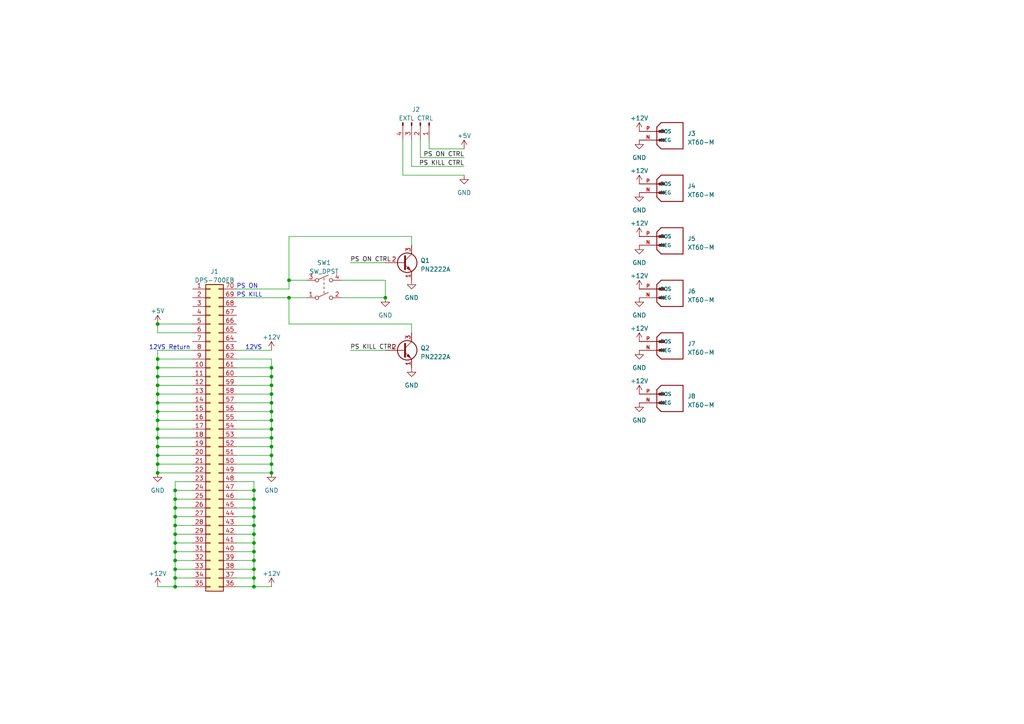
<source format=kicad_sch>
(kicad_sch (version 20230121) (generator eeschema)
  (paper "A4")
  (lib_symbols
    (symbol "Connector:Conn_01x04_Pin" (pin_names (offset 1.016) hide)
      (property "Reference" "J" (at 0 5.08 0))
      (property "Value" "Conn_01x04_Pin" (at 0 -7.62 0))
      (symbol "Conn_01x04_Pin_1_1"
        (polyline (pts (xy 1.27 -5.08) (xy 0.8636 -5.08)) (stroke (width 0.1524)))
        (polyline (pts (xy 1.27 -2.54) (xy 0.8636 -2.54)) (stroke (width 0.1524)))
        (polyline (pts (xy 1.27 0) (xy 0.8636 0)) (stroke (width 0.1524)))
        (polyline (pts (xy 1.27 2.54) (xy 0.8636 2.54)) (stroke (width 0.1524)))
        (rectangle (start 0.8636 -4.953) (end 0 -5.207) (stroke (width 0.1524)) (fill (type outline)))
        (rectangle (start 0.8636 -2.413) (end 0 -2.667) (stroke (width 0.1524)) (fill (type outline)))
        (rectangle (start 0.8636 0.127) (end 0 -0.127) (stroke (width 0.1524)) (fill (type outline)))
        (rectangle (start 0.8636 2.667) (end 0 2.413) (stroke (width 0.1524)) (fill (type outline)))
        (pin passive line (at 5.08 2.54 180) (length 3.81) (name "Pin_1") (number "1"))
        (pin passive line (at 5.08 0 180) (length 3.81) (name "Pin_2") (number "2"))
        (pin passive line (at 5.08 -2.54 180) (length 3.81) (name "Pin_3") (number "3"))
        (pin passive line (at 5.08 -5.08 180) (length 3.81) (name "Pin_4") (number "4"))
      )
    )
    (symbol "Connector_Generic:Conn_02x35_Counter_Clockwise" (pin_names (offset 1.016) hide)
      (property "Reference" "J" (at 1.27 45.72 0))
      (property "Value" "Conn_02x35_Counter_Clockwise" (at 1.27 -45.72 0))
      (symbol "Conn_02x35_Counter_Clockwise_1_1"
        (rectangle (start -1.27 -43.053) (end 0 -43.307) (stroke (width 0.1524)))
        (rectangle (start -1.27 -40.513) (end 0 -40.767) (stroke (width 0.1524)))
        (rectangle (start -1.27 -37.973) (end 0 -38.227) (stroke (width 0.1524)))
        (rectangle (start -1.27 -35.433) (end 0 -35.687) (stroke (width 0.1524)))
        (rectangle (start -1.27 -32.893) (end 0 -33.147) (stroke (width 0.1524)))
        (rectangle (start -1.27 -30.353) (end 0 -30.607) (stroke (width 0.1524)))
        (rectangle (start -1.27 -27.813) (end 0 -28.067) (stroke (width 0.1524)))
        (rectangle (start -1.27 -25.273) (end 0 -25.527) (stroke (width 0.1524)))
        (rectangle (start -1.27 -22.733) (end 0 -22.987) (stroke (width 0.1524)))
        (rectangle (start -1.27 -20.193) (end 0 -20.447) (stroke (width 0.1524)))
        (rectangle (start -1.27 -17.653) (end 0 -17.907) (stroke (width 0.1524)))
        (rectangle (start -1.27 -15.113) (end 0 -15.367) (stroke (width 0.1524)))
        (rectangle (start -1.27 -12.573) (end 0 -12.827) (stroke (width 0.1524)))
        (rectangle (start -1.27 -10.033) (end 0 -10.287) (stroke (width 0.1524)))
        (rectangle (start -1.27 -7.493) (end 0 -7.747) (stroke (width 0.1524)))
        (rectangle (start -1.27 -4.953) (end 0 -5.207) (stroke (width 0.1524)))
        (rectangle (start -1.27 -2.413) (end 0 -2.667) (stroke (width 0.1524)))
        (rectangle (start -1.27 0.127) (end 0 -0.127) (stroke (width 0.1524)))
        (rectangle (start -1.27 2.667) (end 0 2.413) (stroke (width 0.1524)))
        (rectangle (start -1.27 5.207) (end 0 4.953) (stroke (width 0.1524)))
        (rectangle (start -1.27 7.747) (end 0 7.493) (stroke (width 0.1524)))
        (rectangle (start -1.27 10.287) (end 0 10.033) (stroke (width 0.1524)))
        (rectangle (start -1.27 12.827) (end 0 12.573) (stroke (width 0.1524)))
        (rectangle (start -1.27 15.367) (end 0 15.113) (stroke (width 0.1524)))
        (rectangle (start -1.27 17.907) (end 0 17.653) (stroke (width 0.1524)))
        (rectangle (start -1.27 20.447) (end 0 20.193) (stroke (width 0.1524)))
        (rectangle (start -1.27 22.987) (end 0 22.733) (stroke (width 0.1524)))
        (rectangle (start -1.27 25.527) (end 0 25.273) (stroke (width 0.1524)))
        (rectangle (start -1.27 28.067) (end 0 27.813) (stroke (width 0.1524)))
        (rectangle (start -1.27 30.607) (end 0 30.353) (stroke (width 0.1524)))
        (rectangle (start -1.27 33.147) (end 0 32.893) (stroke (width 0.1524)))
        (rectangle (start -1.27 35.687) (end 0 35.433) (stroke (width 0.1524)))
        (rectangle (start -1.27 38.227) (end 0 37.973) (stroke (width 0.1524)))
        (rectangle (start -1.27 40.767) (end 0 40.513) (stroke (width 0.1524)))
        (rectangle (start -1.27 43.307) (end 0 43.053) (stroke (width 0.1524)))
        (rectangle (start -1.27 44.45) (end 3.81 -44.45) (stroke (width 0.254)) (fill (type background)))
        (rectangle (start 3.81 -43.053) (end 2.54 -43.307) (stroke (width 0.1524)))
        (rectangle (start 3.81 -40.513) (end 2.54 -40.767) (stroke (width 0.1524)))
        (rectangle (start 3.81 -37.973) (end 2.54 -38.227) (stroke (width 0.1524)))
        (rectangle (start 3.81 -35.433) (end 2.54 -35.687) (stroke (width 0.1524)))
        (rectangle (start 3.81 -32.893) (end 2.54 -33.147) (stroke (width 0.1524)))
        (rectangle (start 3.81 -30.353) (end 2.54 -30.607) (stroke (width 0.1524)))
        (rectangle (start 3.81 -27.813) (end 2.54 -28.067) (stroke (width 0.1524)))
        (rectangle (start 3.81 -25.273) (end 2.54 -25.527) (stroke (width 0.1524)))
        (rectangle (start 3.81 -22.733) (end 2.54 -22.987) (stroke (width 0.1524)))
        (rectangle (start 3.81 -20.193) (end 2.54 -20.447) (stroke (width 0.1524)))
        (rectangle (start 3.81 -17.653) (end 2.54 -17.907) (stroke (width 0.1524)))
        (rectangle (start 3.81 -15.113) (end 2.54 -15.367) (stroke (width 0.1524)))
        (rectangle (start 3.81 -12.573) (end 2.54 -12.827) (stroke (width 0.1524)))
        (rectangle (start 3.81 -10.033) (end 2.54 -10.287) (stroke (width 0.1524)))
        (rectangle (start 3.81 -7.493) (end 2.54 -7.747) (stroke (width 0.1524)))
        (rectangle (start 3.81 -4.953) (end 2.54 -5.207) (stroke (width 0.1524)))
        (rectangle (start 3.81 -2.413) (end 2.54 -2.667) (stroke (width 0.1524)))
        (rectangle (start 3.81 0.127) (end 2.54 -0.127) (stroke (width 0.1524)))
        (rectangle (start 3.81 2.667) (end 2.54 2.413) (stroke (width 0.1524)))
        (rectangle (start 3.81 5.207) (end 2.54 4.953) (stroke (width 0.1524)))
        (rectangle (start 3.81 7.747) (end 2.54 7.493) (stroke (width 0.1524)))
        (rectangle (start 3.81 10.287) (end 2.54 10.033) (stroke (width 0.1524)))
        (rectangle (start 3.81 12.827) (end 2.54 12.573) (stroke (width 0.1524)))
        (rectangle (start 3.81 15.367) (end 2.54 15.113) (stroke (width 0.1524)))
        (rectangle (start 3.81 17.907) (end 2.54 17.653) (stroke (width 0.1524)))
        (rectangle (start 3.81 20.447) (end 2.54 20.193) (stroke (width 0.1524)))
        (rectangle (start 3.81 22.987) (end 2.54 22.733) (stroke (width 0.1524)))
        (rectangle (start 3.81 25.527) (end 2.54 25.273) (stroke (width 0.1524)))
        (rectangle (start 3.81 28.067) (end 2.54 27.813) (stroke (width 0.1524)))
        (rectangle (start 3.81 30.607) (end 2.54 30.353) (stroke (width 0.1524)))
        (rectangle (start 3.81 33.147) (end 2.54 32.893) (stroke (width 0.1524)))
        (rectangle (start 3.81 35.687) (end 2.54 35.433) (stroke (width 0.1524)))
        (rectangle (start 3.81 38.227) (end 2.54 37.973) (stroke (width 0.1524)))
        (rectangle (start 3.81 40.767) (end 2.54 40.513) (stroke (width 0.1524)))
        (rectangle (start 3.81 43.307) (end 2.54 43.053) (stroke (width 0.1524)))
        (pin passive line (at -5.08 43.18 0) (length 3.81) (name "Pin_1") (number "1"))
        (pin passive line (at -5.08 20.32 0) (length 3.81) (name "Pin_10") (number "10"))
        (pin passive line (at -5.08 17.78 0) (length 3.81) (name "Pin_11") (number "11"))
        (pin passive line (at -5.08 15.24 0) (length 3.81) (name "Pin_12") (number "12"))
        (pin passive line (at -5.08 12.7 0) (length 3.81) (name "Pin_13") (number "13"))
        (pin passive line (at -5.08 10.16 0) (length 3.81) (name "Pin_14") (number "14"))
        (pin passive line (at -5.08 7.62 0) (length 3.81) (name "Pin_15") (number "15"))
        (pin passive line (at -5.08 5.08 0) (length 3.81) (name "Pin_16") (number "16"))
        (pin passive line (at -5.08 2.54 0) (length 3.81) (name "Pin_17") (number "17"))
        (pin passive line (at -5.08 0 0) (length 3.81) (name "Pin_18") (number "18"))
        (pin passive line (at -5.08 -2.54 0) (length 3.81) (name "Pin_19") (number "19"))
        (pin passive line (at -5.08 40.64 0) (length 3.81) (name "Pin_2") (number "2"))
        (pin passive line (at -5.08 -5.08 0) (length 3.81) (name "Pin_20") (number "20"))
        (pin passive line (at -5.08 -7.62 0) (length 3.81) (name "Pin_21") (number "21"))
        (pin passive line (at -5.08 -10.16 0) (length 3.81) (name "Pin_22") (number "22"))
        (pin passive line (at -5.08 -12.7 0) (length 3.81) (name "Pin_23") (number "23"))
        (pin passive line (at -5.08 -15.24 0) (length 3.81) (name "Pin_24") (number "24"))
        (pin passive line (at -5.08 -17.78 0) (length 3.81) (name "Pin_25") (number "25"))
        (pin passive line (at -5.08 -20.32 0) (length 3.81) (name "Pin_26") (number "26"))
        (pin passive line (at -5.08 -22.86 0) (length 3.81) (name "Pin_27") (number "27"))
        (pin passive line (at -5.08 -25.4 0) (length 3.81) (name "Pin_28") (number "28"))
        (pin passive line (at -5.08 -27.94 0) (length 3.81) (name "Pin_29") (number "29"))
        (pin passive line (at -5.08 38.1 0) (length 3.81) (name "Pin_3") (number "3"))
        (pin passive line (at -5.08 -30.48 0) (length 3.81) (name "Pin_30") (number "30"))
        (pin passive line (at -5.08 -33.02 0) (length 3.81) (name "Pin_31") (number "31"))
        (pin passive line (at -5.08 -35.56 0) (length 3.81) (name "Pin_32") (number "32"))
        (pin passive line (at -5.08 -38.1 0) (length 3.81) (name "Pin_33") (number "33"))
        (pin passive line (at -5.08 -40.64 0) (length 3.81) (name "Pin_34") (number "34"))
        (pin passive line (at -5.08 -43.18 0) (length 3.81) (name "Pin_35") (number "35"))
        (pin passive line (at 7.62 -43.18 180) (length 3.81) (name "Pin_36") (number "36"))
        (pin passive line (at 7.62 -40.64 180) (length 3.81) (name "Pin_37") (number "37"))
        (pin passive line (at 7.62 -38.1 180) (length 3.81) (name "Pin_38") (number "38"))
        (pin passive line (at 7.62 -35.56 180) (length 3.81) (name "Pin_39") (number "39"))
        (pin passive line (at -5.08 35.56 0) (length 3.81) (name "Pin_4") (number "4"))
        (pin passive line (at 7.62 -33.02 180) (length 3.81) (name "Pin_40") (number "40"))
        (pin passive line (at 7.62 -30.48 180) (length 3.81) (name "Pin_41") (number "41"))
        (pin passive line (at 7.62 -27.94 180) (length 3.81) (name "Pin_42") (number "42"))
        (pin passive line (at 7.62 -25.4 180) (length 3.81) (name "Pin_43") (number "43"))
        (pin passive line (at 7.62 -22.86 180) (length 3.81) (name "Pin_44") (number "44"))
        (pin passive line (at 7.62 -20.32 180) (length 3.81) (name "Pin_45") (number "45"))
        (pin passive line (at 7.62 -17.78 180) (length 3.81) (name "Pin_46") (number "46"))
        (pin passive line (at 7.62 -15.24 180) (length 3.81) (name "Pin_47") (number "47"))
        (pin passive line (at 7.62 -12.7 180) (length 3.81) (name "Pin_48") (number "48"))
        (pin passive line (at 7.62 -10.16 180) (length 3.81) (name "Pin_49") (number "49"))
        (pin passive line (at -5.08 33.02 0) (length 3.81) (name "Pin_5") (number "5"))
        (pin passive line (at 7.62 -7.62 180) (length 3.81) (name "Pin_50") (number "50"))
        (pin passive line (at 7.62 -5.08 180) (length 3.81) (name "Pin_51") (number "51"))
        (pin passive line (at 7.62 -2.54 180) (length 3.81) (name "Pin_52") (number "52"))
        (pin passive line (at 7.62 0 180) (length 3.81) (name "Pin_53") (number "53"))
        (pin passive line (at 7.62 2.54 180) (length 3.81) (name "Pin_54") (number "54"))
        (pin passive line (at 7.62 5.08 180) (length 3.81) (name "Pin_55") (number "55"))
        (pin passive line (at 7.62 7.62 180) (length 3.81) (name "Pin_56") (number "56"))
        (pin passive line (at 7.62 10.16 180) (length 3.81) (name "Pin_57") (number "57"))
        (pin passive line (at 7.62 12.7 180) (length 3.81) (name "Pin_58") (number "58"))
        (pin passive line (at 7.62 15.24 180) (length 3.81) (name "Pin_59") (number "59"))
        (pin passive line (at -5.08 30.48 0) (length 3.81) (name "Pin_6") (number "6"))
        (pin passive line (at 7.62 17.78 180) (length 3.81) (name "Pin_60") (number "60"))
        (pin passive line (at 7.62 20.32 180) (length 3.81) (name "Pin_61") (number "61"))
        (pin passive line (at 7.62 22.86 180) (length 3.81) (name "Pin_62") (number "62"))
        (pin passive line (at 7.62 25.4 180) (length 3.81) (name "Pin_63") (number "63"))
        (pin passive line (at 7.62 27.94 180) (length 3.81) (name "Pin_64") (number "64"))
        (pin passive line (at 7.62 30.48 180) (length 3.81) (name "Pin_65") (number "65"))
        (pin passive line (at 7.62 33.02 180) (length 3.81) (name "Pin_66") (number "66"))
        (pin passive line (at 7.62 35.56 180) (length 3.81) (name "Pin_67") (number "67"))
        (pin passive line (at 7.62 38.1 180) (length 3.81) (name "Pin_68") (number "68"))
        (pin passive line (at 7.62 40.64 180) (length 3.81) (name "Pin_69") (number "69"))
        (pin passive line (at -5.08 27.94 0) (length 3.81) (name "Pin_7") (number "7"))
        (pin passive line (at 7.62 43.18 180) (length 3.81) (name "Pin_70") (number "70"))
        (pin passive line (at -5.08 25.4 0) (length 3.81) (name "Pin_8") (number "8"))
        (pin passive line (at -5.08 22.86 0) (length 3.81) (name "Pin_9") (number "9"))
      )
    )
    (symbol "Switch:SW_DPST" (pin_names (offset 0) hide)
      (property "Reference" "SW" (at 0 5.08 0))
      (property "Value" "SW_DPST" (at 0 -5.08 0))
      (symbol "SW_DPST_0_0"
        (circle (center -2.032 -2.54) (radius 0.508))
        (circle (center -2.032 2.54) (radius 0.508))
        (polyline (pts (xy -1.524 -2.286) (xy 1.27 -1.016)))
        (polyline (pts (xy -1.524 2.794) (xy 1.27 4.064)))
        (polyline (pts (xy 0 -1.27) (xy 0 -0.635)))
        (polyline (pts (xy 0 0) (xy 0 0.635)))
        (polyline (pts (xy 0 1.27) (xy 0 1.905)))
        (polyline (pts (xy 0 2.54) (xy 0 3.175)))
        (circle (center 2.032 -2.54) (radius 0.508))
        (circle (center 2.032 2.54) (radius 0.508))
      )
      (symbol "SW_DPST_1_1"
        (pin passive line (at -5.08 -2.54 0) (length 2.54) (name "1") (number "1"))
        (pin passive line (at 5.08 -2.54 180) (length 2.54) (name "2") (number "2"))
        (pin passive line (at -5.08 2.54 0) (length 2.54) (name "3") (number "3"))
        (pin passive line (at 5.08 2.54 180) (length 2.54) (name "4") (number "4"))
      )
    )
    (symbol "Transistor_BJT:PN2222A" (pin_names (offset 0) hide)
      (property "Reference" "Q" (at 5.08 1.905 0))
      (property "Value" "PN2222A" (at 5.08 0 0))
      (symbol "PN2222A_0_1"
        (polyline (pts (xy 0 0) (xy 0.635 0)))
        (polyline (pts (xy 2.54 -2.54) (xy 0.635 -0.635)))
        (polyline (pts (xy 2.54 2.54) (xy 0.635 0.635)))
        (polyline (pts (xy 0.635 1.905) (xy 0.635 -1.905) (xy 0.635 -1.905)) (stroke (width 0.508)))
        (polyline (pts (xy 2.413 -2.413) (xy 1.905 -1.905) (xy 1.905 -1.905)))
        (polyline (pts (xy 1.143 -1.651) (xy 1.651 -1.143) (xy 2.159 -2.159) (xy 1.143 -1.651) (xy 1.143 -1.651)) (fill (type outline)))
        (circle (center 1.27 0) (radius 2.8194) (stroke (width 0.254)))
      )
      (symbol "PN2222A_1_1"
        (pin passive line (at 2.54 -5.08 90) (length 2.54) (name "E") (number "1"))
        (pin input line (at -5.08 0 0) (length 5.08) (name "B") (number "2"))
        (pin passive line (at 2.54 5.08 270) (length 2.54) (name "C") (number "3"))
      )
    )
    (symbol "XT60-M:XT60-M" (pin_names (offset 1.016))
      (property "Reference" "J" (at 0 6.35 0))
      (property "Value" "XT60-M" (at 0 -5.08 0))
      (symbol "XT60-M_0_0"
        (polyline (pts (xy 0 -1.27) (xy 1.27 -2.54)) (stroke (width 0.254)))
        (polyline (pts (xy 0 0) (xy 1.905 0)) (stroke (width 0.254)))
        (polyline (pts (xy 0 2.54) (xy 0 -1.27)) (stroke (width 0.254)))
        (polyline (pts (xy 0 2.54) (xy 1.905 2.54)) (stroke (width 0.254)))
        (polyline (pts (xy 0 3.81) (xy 0 2.54)) (stroke (width 0.254)))
        (polyline (pts (xy 0 3.81) (xy 1.27 5.08)) (stroke (width 0.254)))
        (polyline (pts (xy 1.27 -2.54) (xy 7.62 -2.54)) (stroke (width 0.254)))
        (polyline (pts (xy 7.62 -2.54) (xy 7.62 5.08)) (stroke (width 0.254)))
        (polyline (pts (xy 7.62 5.08) (xy 1.27 5.08)) (stroke (width 0.254)))
        (rectangle (start 0.6096 -0.3048) (end 2.2098 0.3048) (fill (type outline)))
        (rectangle (start 0.6096 2.2098) (end 2.2098 2.8448) (fill (type outline)))
        (pin passive line (at -5.08 0 0) (length 5.08) (name "NEG") (number "N"))
        (pin passive line (at -5.08 2.54 0) (length 5.08) (name "POS") (number "P"))
      )
    )
    (symbol "power:+12V" (power) (pin_names (offset 0))
      (property "Value" "+12V" (at 0 3.556 0))
      (symbol "+12V_0_1"
        (polyline (pts (xy -0.762 1.27) (xy 0 2.54)))
        (polyline (pts (xy 0 0) (xy 0 2.54)))
        (polyline (pts (xy 0 2.54) (xy 0.762 1.27)))
      )
      (symbol "+12V_1_1"
        (pin power_in line (at 0 0 90) (length 0) hide (name "+12V") (number "1"))
      )
    )
    (symbol "power:+5V" (power) (pin_names (offset 0))
      (property "Value" "+5V" (at 0 3.556 0))
      (symbol "+5V_0_1"
        (polyline (pts (xy -0.762 1.27) (xy 0 2.54)))
        (polyline (pts (xy 0 0) (xy 0 2.54)))
        (polyline (pts (xy 0 2.54) (xy 0.762 1.27)))
      )
      (symbol "+5V_1_1"
        (pin power_in line (at 0 0 90) (length 0) hide (name "+5V") (number "1"))
      )
    )
    (symbol "power:GND" (power) (pin_names (offset 0))
      (property "Value" "GND" (at 0 -3.81 0))
      (symbol "GND_0_1"
        (polyline (pts (xy 0 0) (xy 0 -1.27) (xy 1.27 -1.27) (xy 0 -2.54) (xy -1.27 -1.27) (xy 0 -1.27)))
      )
      (symbol "GND_1_1"
        (pin power_in line (at 0 0 270) (length 0) hide (name "GND") (number "1"))
      )
    )
  )
  (junction (at 73.66 157.48))
  (junction (at 50.8 162.56))
  (junction (at 45.72 127))
  (junction (at 78.74 111.76))
  (junction (at 83.82 81.28))
  (junction (at 73.66 152.4))
  (junction (at 50.8 170.18))
  (junction (at 50.8 157.48))
  (junction (at 73.66 144.78))
  (junction (at 45.72 137.16))
  (junction (at 50.8 165.1))
  (junction (at 50.8 152.4))
  (junction (at 45.72 124.46))
  (junction (at 73.66 142.24))
  (junction (at 78.74 116.84))
  (junction (at 45.72 104.14))
  (junction (at 111.76 86.36))
  (junction (at 78.74 119.38))
  (junction (at 73.66 170.18))
  (junction (at 50.8 160.02))
  (junction (at 73.66 154.94))
  (junction (at 78.74 132.08))
  (junction (at 45.72 119.38))
  (junction (at 78.74 114.3))
  (junction (at 50.8 147.32))
  (junction (at 45.72 129.54))
  (junction (at 50.8 144.78))
  (junction (at 50.8 149.86))
  (junction (at 83.82 86.36))
  (junction (at 78.74 127))
  (junction (at 45.72 116.84))
  (junction (at 45.72 106.68))
  (junction (at 78.74 124.46))
  (junction (at 45.72 121.92))
  (junction (at 73.66 147.32))
  (junction (at 73.66 162.56))
  (junction (at 45.72 114.3))
  (junction (at 78.74 137.16))
  (junction (at 78.74 121.92))
  (junction (at 45.72 93.98))
  (junction (at 73.66 160.02))
  (junction (at 73.66 149.86))
  (junction (at 45.72 132.08))
  (junction (at 73.66 165.1))
  (junction (at 78.74 109.22))
  (junction (at 78.74 106.68))
  (junction (at 73.66 167.64))
  (junction (at 45.72 109.22))
  (junction (at 78.74 134.62))
  (junction (at 45.72 111.76))
  (junction (at 78.74 129.54))
  (junction (at 50.8 167.64))
  (junction (at 45.72 134.62))
  (junction (at 50.8 154.94))
  (junction (at 50.8 142.24))
  (wire (pts (xy 50.8 142.24) (xy 50.8 144.78)))
  (wire (pts (xy 68.58 83.82) (xy 83.82 83.82)))
  (wire (pts (xy 68.58 121.92) (xy 78.74 121.92)))
  (wire (pts (xy 45.72 119.38) (xy 45.72 121.92)))
  (wire (pts (xy 73.66 149.86) (xy 73.66 147.32)))
  (wire (pts (xy 73.66 165.1) (xy 73.66 162.56)))
  (wire (pts (xy 68.58 147.32) (xy 73.66 147.32)))
  (wire (pts (xy 68.58 144.78) (xy 73.66 144.78)))
  (wire (pts (xy 50.8 162.56) (xy 50.8 165.1)))
  (wire (pts (xy 68.58 165.1) (xy 73.66 165.1)))
  (wire (pts (xy 121.92 40.64) (xy 121.92 45.72)))
  (wire (pts (xy 99.06 81.28) (xy 111.76 81.28)))
  (wire (pts (xy 78.74 121.92) (xy 78.74 124.46)))
  (wire (pts (xy 50.8 154.94) (xy 55.88 154.94)))
  (wire (pts (xy 45.72 106.68) (xy 45.72 109.22)))
  (wire (pts (xy 45.72 96.52) (xy 55.88 96.52)))
  (wire (pts (xy 101.6 101.6) (xy 111.76 101.6)))
  (wire (pts (xy 50.8 147.32) (xy 50.8 149.86)))
  (wire (pts (xy 45.72 127) (xy 55.88 127)))
  (wire (pts (xy 50.8 157.48) (xy 50.8 160.02)))
  (wire (pts (xy 68.58 86.36) (xy 83.82 86.36)))
  (wire (pts (xy 45.72 109.22) (xy 55.88 109.22)))
  (wire (pts (xy 78.74 124.46) (xy 78.74 127)))
  (wire (pts (xy 68.58 162.56) (xy 73.66 162.56)))
  (wire (pts (xy 45.72 111.76) (xy 55.88 111.76)))
  (wire (pts (xy 116.84 40.64) (xy 116.84 50.8)))
  (wire (pts (xy 45.72 137.16) (xy 55.88 137.16)))
  (wire (pts (xy 73.66 157.48) (xy 73.66 154.94)))
  (wire (pts (xy 73.66 144.78) (xy 73.66 142.24)))
  (wire (pts (xy 50.8 154.94) (xy 50.8 157.48)))
  (wire (pts (xy 73.66 160.02) (xy 73.66 157.48)))
  (wire (pts (xy 50.8 165.1) (xy 50.8 167.64)))
  (wire (pts (xy 45.72 124.46) (xy 45.72 127)))
  (wire (pts (xy 116.84 50.8) (xy 134.62 50.8)))
  (wire (pts (xy 45.72 101.6) (xy 45.72 104.14)))
  (wire (pts (xy 45.72 121.92) (xy 55.88 121.92)))
  (wire (pts (xy 78.74 104.14) (xy 78.74 106.68)))
  (wire (pts (xy 78.74 127) (xy 78.74 129.54)))
  (wire (pts (xy 50.8 165.1) (xy 55.88 165.1)))
  (wire (pts (xy 124.46 43.18) (xy 134.62 43.18)))
  (wire (pts (xy 83.82 81.28) (xy 88.9 81.28)))
  (wire (pts (xy 68.58 119.38) (xy 78.74 119.38)))
  (wire (pts (xy 45.72 104.14) (xy 45.72 106.68)))
  (wire (pts (xy 68.58 109.22) (xy 78.74 109.22)))
  (wire (pts (xy 73.66 147.32) (xy 73.66 144.78)))
  (wire (pts (xy 55.88 104.14) (xy 45.72 104.14)))
  (wire (pts (xy 50.8 162.56) (xy 55.88 162.56)))
  (wire (pts (xy 73.66 152.4) (xy 73.66 149.86)))
  (wire (pts (xy 68.58 106.68) (xy 78.74 106.68)))
  (wire (pts (xy 78.74 134.62) (xy 78.74 137.16)))
  (wire (pts (xy 68.58 104.14) (xy 78.74 104.14)))
  (wire (pts (xy 124.46 40.64) (xy 124.46 43.18)))
  (wire (pts (xy 45.72 124.46) (xy 55.88 124.46)))
  (wire (pts (xy 45.72 132.08) (xy 45.72 134.62)))
  (wire (pts (xy 50.8 160.02) (xy 50.8 162.56)))
  (wire (pts (xy 78.74 129.54) (xy 78.74 132.08)))
  (wire (pts (xy 78.74 111.76) (xy 78.74 114.3)))
  (wire (pts (xy 55.88 132.08) (xy 45.72 132.08)))
  (wire (pts (xy 50.8 157.48) (xy 55.88 157.48)))
  (wire (pts (xy 45.72 170.18) (xy 50.8 170.18)))
  (wire (pts (xy 50.8 149.86) (xy 55.88 149.86)))
  (wire (pts (xy 83.82 83.82) (xy 83.82 81.28)))
  (wire (pts (xy 55.88 93.98) (xy 45.72 93.98)))
  (wire (pts (xy 45.72 114.3) (xy 45.72 116.84)))
  (wire (pts (xy 50.8 167.64) (xy 50.8 170.18)))
  (wire (pts (xy 68.58 167.64) (xy 73.66 167.64)))
  (wire (pts (xy 45.72 129.54) (xy 45.72 132.08)))
  (wire (pts (xy 68.58 142.24) (xy 73.66 142.24)))
  (wire (pts (xy 68.58 160.02) (xy 73.66 160.02)))
  (wire (pts (xy 78.74 109.22) (xy 78.74 111.76)))
  (wire (pts (xy 50.8 170.18) (xy 55.88 170.18)))
  (wire (pts (xy 50.8 147.32) (xy 55.88 147.32)))
  (wire (pts (xy 50.8 139.7) (xy 50.8 142.24)))
  (wire (pts (xy 68.58 114.3) (xy 78.74 114.3)))
  (wire (pts (xy 45.72 134.62) (xy 45.72 137.16)))
  (wire (pts (xy 73.66 170.18) (xy 73.66 167.64)))
  (wire (pts (xy 50.8 142.24) (xy 55.88 142.24)))
  (wire (pts (xy 119.38 96.52) (xy 119.38 93.98)))
  (wire (pts (xy 45.72 116.84) (xy 55.88 116.84)))
  (wire (pts (xy 68.58 127) (xy 78.74 127)))
  (wire (pts (xy 83.82 68.58) (xy 83.82 81.28)))
  (wire (pts (xy 119.38 68.58) (xy 83.82 68.58)))
  (wire (pts (xy 68.58 124.46) (xy 78.74 124.46)))
  (wire (pts (xy 45.72 127) (xy 45.72 129.54)))
  (wire (pts (xy 73.66 154.94) (xy 73.66 152.4)))
  (wire (pts (xy 50.8 144.78) (xy 55.88 144.78)))
  (wire (pts (xy 101.6 76.2) (xy 111.76 76.2)))
  (wire (pts (xy 45.72 109.22) (xy 45.72 111.76)))
  (wire (pts (xy 68.58 139.7) (xy 73.66 139.7)))
  (wire (pts (xy 78.74 132.08) (xy 78.74 134.62)))
  (wire (pts (xy 68.58 152.4) (xy 73.66 152.4)))
  (wire (pts (xy 68.58 154.94) (xy 73.66 154.94)))
  (wire (pts (xy 50.8 152.4) (xy 55.88 152.4)))
  (wire (pts (xy 45.72 134.62) (xy 55.88 134.62)))
  (wire (pts (xy 78.74 106.68) (xy 78.74 109.22)))
  (wire (pts (xy 83.82 86.36) (xy 88.9 86.36)))
  (wire (pts (xy 73.66 162.56) (xy 73.66 160.02)))
  (wire (pts (xy 78.74 170.18) (xy 73.66 170.18)))
  (wire (pts (xy 68.58 170.18) (xy 73.66 170.18)))
  (wire (pts (xy 83.82 93.98) (xy 119.38 93.98)))
  (wire (pts (xy 68.58 137.16) (xy 78.74 137.16)))
  (wire (pts (xy 50.8 152.4) (xy 50.8 154.94)))
  (wire (pts (xy 78.74 116.84) (xy 78.74 119.38)))
  (wire (pts (xy 119.38 48.26) (xy 134.62 48.26)))
  (wire (pts (xy 50.8 149.86) (xy 50.8 152.4)))
  (wire (pts (xy 68.58 116.84) (xy 78.74 116.84)))
  (wire (pts (xy 50.8 160.02) (xy 55.88 160.02)))
  (wire (pts (xy 78.74 119.38) (xy 78.74 121.92)))
  (wire (pts (xy 50.8 167.64) (xy 55.88 167.64)))
  (wire (pts (xy 111.76 81.28) (xy 111.76 86.36)))
  (wire (pts (xy 45.72 111.76) (xy 45.72 114.3)))
  (wire (pts (xy 45.72 116.84) (xy 45.72 119.38)))
  (wire (pts (xy 45.72 114.3) (xy 55.88 114.3)))
  (wire (pts (xy 68.58 129.54) (xy 78.74 129.54)))
  (wire (pts (xy 45.72 106.68) (xy 55.88 106.68)))
  (wire (pts (xy 68.58 134.62) (xy 78.74 134.62)))
  (wire (pts (xy 45.72 119.38) (xy 55.88 119.38)))
  (wire (pts (xy 119.38 40.64) (xy 119.38 48.26)))
  (wire (pts (xy 68.58 149.86) (xy 73.66 149.86)))
  (wire (pts (xy 73.66 167.64) (xy 73.66 165.1)))
  (wire (pts (xy 73.66 142.24) (xy 73.66 139.7)))
  (wire (pts (xy 99.06 86.36) (xy 111.76 86.36)))
  (wire (pts (xy 45.72 121.92) (xy 45.72 124.46)))
  (wire (pts (xy 45.72 93.98) (xy 45.72 96.52)))
  (wire (pts (xy 121.92 45.72) (xy 134.62 45.72)))
  (wire (pts (xy 119.38 71.12) (xy 119.38 68.58)))
  (wire (pts (xy 50.8 144.78) (xy 50.8 147.32)))
  (wire (pts (xy 78.74 114.3) (xy 78.74 116.84)))
  (wire (pts (xy 55.88 139.7) (xy 50.8 139.7)))
  (wire (pts (xy 68.58 101.6) (xy 78.74 101.6)))
  (wire (pts (xy 83.82 86.36) (xy 83.82 93.98)))
  (wire (pts (xy 55.88 101.6) (xy 45.72 101.6)))
  (wire (pts (xy 68.58 111.76) (xy 78.74 111.76)))
  (wire (pts (xy 68.58 157.48) (xy 73.66 157.48)))
  (wire (pts (xy 45.72 129.54) (xy 55.88 129.54)))
  (wire (pts (xy 68.58 132.08) (xy 78.74 132.08)))
  (text "12VS Return\n" (at 43.18 101.6 0) (effects (font (size 1.27 1.27)) (justify left bottom)))
  (text "PS KILL" (at 68.58 86.36 0) (effects (font (size 1.27 1.27)) (justify left bottom)))
  (text "12VS" (at 71.12 101.6 0) (effects (font (size 1.27 1.27)) (justify left bottom)))
  (text "PS ON" (at 68.58 83.82 0) (effects (font (size 1.27 1.27)) (justify left bottom)))
  (label "PS KILL CTRL" (at 101.6 101.6 0))
  (label "PS ON CTRL" (at 101.6 76.2 0))
  (label "PS ON CTRL" (at 134.62 45.72 180))
  (label "PS KILL CTRL" (at 134.62 48.26 180))
  (symbol (lib_id "power:GND") (at 185.42 71.12 0) (unit 1)
    (property "Reference" "#PWR014" (effects hide))
    (property "Value" "GND" (at 185.42 76.2 0))
  )
  (symbol (lib_id "power:GND") (at 119.38 106.68 0) (unit 1)
    (property "Reference" "#PWR011" (effects hide))
    (property "Value" "GND" (at 119.38 111.76 0))
  )
  (symbol (lib_id "Transistor_BJT:PN2222A") (at 116.84 76.2 0) (unit 1)
    (property "Reference" "Q1" (at 121.92 75.565 0) (effects (justify left)))
    (property "Value" "PN2222A" (at 121.92 78.105 0) (effects (justify left)))
    (property "Footprint" "Package_TO_SOT_THT:TO-92_Inline" (effects hide))
    (property "Datasheet" "https://www.onsemi.com/pub/Collateral/PN2222-D.PDF" (effects hide))
  )
  (symbol (lib_id "power:+12V") (at 45.72 170.18 0) (unit 1)
    (property "Reference" "#PWR03" (effects hide))
    (property "Value" "+12V" (at 45.72 166.37 0))
  )
  (symbol (lib_id "power:GND") (at 134.62 50.8 0) (unit 1)
    (property "Reference" "#PWR09" (effects hide))
    (property "Value" "GND" (at 134.62 55.88 0))
  )
  (symbol (lib_id "power:+12V") (at 185.42 83.82 0) (unit 1)
    (property "Reference" "#PWR021" (effects hide))
    (property "Value" "+12V" (at 185.42 80.01 0))
  )
  (symbol (lib_id "power:GND") (at 185.42 40.64 0) (unit 1)
    (property "Reference" "#PWR012" (effects hide))
    (property "Value" "GND" (at 185.42 45.72 0))
  )
  (symbol (lib_id "power:GND") (at 45.72 137.16 0) (unit 1)
    (property "Reference" "#PWR02" (effects hide))
    (property "Value" "GND" (at 45.72 142.24 0))
  )
  (symbol (lib_id "power:GND") (at 185.42 55.88 0) (unit 1)
    (property "Reference" "#PWR013" (effects hide))
    (property "Value" "GND" (at 185.42 60.96 0))
  )
  (symbol (lib_id "XT60-M:XT60-M") (at 190.5 71.12 0) (unit 1)
    (property "Reference" "J5" (at 199.39 69.215 0) (effects (justify left)))
    (property "Value" "XT60-M" (at 199.39 71.755 0) (effects (justify left)))
    (property "Footprint" "AMASS_XT60-M" (effects hide))
    (property "MAXIMUM_PACKAGE_HEIGHT" "16.00 mm" (effects hide))
    (property "MANUFACTURER" "AMASS" (effects hide))
    (property "PARTREV" "V1.2" (effects hide))
    (property "STANDARD" "IPC 7351B" (effects hide))
  )
  (symbol (lib_id "power:GND") (at 185.42 86.36 0) (unit 1)
    (property "Reference" "#PWR015" (effects hide))
    (property "Value" "GND" (at 185.42 91.44 0))
  )
  (symbol (lib_id "Connector_Generic:Conn_02x35_Counter_Clockwise") (at 60.96 127 0) (unit 1)
    (property "Reference" "J1" (at 62.23 78.74 0))
    (property "Value" "DPS-700EB" (at 62.23 81.28 0))
  )
  (symbol (lib_id "XT60-M:XT60-M") (at 190.5 116.84 0) (unit 1)
    (property "Reference" "J8" (at 199.39 114.935 0) (effects (justify left)))
    (property "Value" "XT60-M" (at 199.39 117.475 0) (effects (justify left)))
    (property "Footprint" "AMASS_XT60-M" (effects hide))
    (property "MAXIMUM_PACKAGE_HEIGHT" "16.00 mm" (effects hide))
    (property "MANUFACTURER" "AMASS" (effects hide))
    (property "PARTREV" "V1.2" (effects hide))
    (property "STANDARD" "IPC 7351B" (effects hide))
  )
  (symbol (lib_id "Transistor_BJT:PN2222A") (at 116.84 101.6 0) (unit 1)
    (property "Reference" "Q2" (at 121.92 100.965 0) (effects (justify left)))
    (property "Value" "PN2222A" (at 121.92 103.505 0) (effects (justify left)))
    (property "Footprint" "Package_TO_SOT_THT:TO-92_Inline" (effects hide))
    (property "Datasheet" "https://www.onsemi.com/pub/Collateral/PN2222-D.PDF" (effects hide))
  )
  (symbol (lib_id "power:+5V") (at 134.62 43.18 0) (unit 1)
    (property "Reference" "#PWR08" (effects hide))
    (property "Value" "+5V" (at 134.62 39.37 0))
  )
  (symbol (lib_id "power:GND") (at 78.74 137.16 0) (unit 1)
    (property "Reference" "#PWR01" (effects hide))
    (property "Value" "GND" (at 78.74 142.24 0))
  )
  (symbol (lib_id "power:+12V") (at 185.42 114.3 0) (unit 1)
    (property "Reference" "#PWR023" (effects hide))
    (property "Value" "+12V" (at 185.42 110.49 0))
  )
  (symbol (lib_id "XT60-M:XT60-M") (at 190.5 40.64 0) (unit 1)
    (property "Reference" "J3" (at 199.39 38.735 0) (effects (justify left)))
    (property "Value" "XT60-M" (at 199.39 41.275 0) (effects (justify left)))
    (property "Footprint" "AMASS_XT60-M" (effects hide))
    (property "MAXIMUM_PACKAGE_HEIGHT" "16.00 mm" (effects hide))
    (property "MANUFACTURER" "AMASS" (effects hide))
    (property "PARTREV" "V1.2" (effects hide))
    (property "STANDARD" "IPC 7351B" (effects hide))
  )
  (symbol (lib_id "XT60-M:XT60-M") (at 190.5 55.88 0) (unit 1)
    (property "Reference" "J4" (at 199.39 53.975 0) (effects (justify left)))
    (property "Value" "XT60-M" (at 199.39 56.515 0) (effects (justify left)))
    (property "Footprint" "AMASS_XT60-M" (effects hide))
    (property "MAXIMUM_PACKAGE_HEIGHT" "16.00 mm" (effects hide))
    (property "MANUFACTURER" "AMASS" (effects hide))
    (property "PARTREV" "V1.2" (effects hide))
    (property "STANDARD" "IPC 7351B" (effects hide))
  )
  (symbol (lib_id "power:+12V") (at 185.42 68.58 0) (unit 1)
    (property "Reference" "#PWR020" (effects hide))
    (property "Value" "+12V" (at 185.42 64.77 0))
  )
  (symbol (lib_id "power:GND") (at 185.42 101.6 0) (unit 1)
    (property "Reference" "#PWR016" (effects hide))
    (property "Value" "GND" (at 185.42 106.68 0))
  )
  (symbol (lib_id "power:GND") (at 185.42 116.84 0) (unit 1)
    (property "Reference" "#PWR017" (effects hide))
    (property "Value" "GND" (at 185.42 121.92 0))
  )
  (symbol (lib_id "power:+12V") (at 185.42 53.34 0) (unit 1)
    (property "Reference" "#PWR019" (effects hide))
    (property "Value" "+12V" (at 185.42 49.53 0))
  )
  (symbol (lib_id "power:GND") (at 111.76 86.36 0) (unit 1)
    (property "Reference" "#PWR05" (effects hide))
    (property "Value" "GND" (at 111.76 91.44 0))
  )
  (symbol (lib_id "power:GND") (at 119.38 81.28 0) (unit 1)
    (property "Reference" "#PWR010" (effects hide))
    (property "Value" "GND" (at 119.38 86.36 0))
  )
  (symbol (lib_id "Switch:SW_DPST") (at 93.98 83.82 0) (unit 1)
    (property "Reference" "SW1" (at 93.98 76.2 0))
    (property "Value" "SW_DPST" (at 93.98 78.74 0))
  )
  (symbol (lib_id "Connector:Conn_01x04_Pin") (at 121.92 35.56 270) (unit 1)
    (property "Reference" "J2" (at 120.65 31.75 90))
    (property "Value" "EXTL CTRL" (at 120.65 34.29 90))
  )
  (symbol (lib_id "XT60-M:XT60-M") (at 190.5 86.36 0) (unit 1)
    (property "Reference" "J6" (at 199.39 84.455 0) (effects (justify left)))
    (property "Value" "XT60-M" (at 199.39 86.995 0) (effects (justify left)))
    (property "Footprint" "AMASS_XT60-M" (effects hide))
    (property "MAXIMUM_PACKAGE_HEIGHT" "16.00 mm" (effects hide))
    (property "MANUFACTURER" "AMASS" (effects hide))
    (property "PARTREV" "V1.2" (effects hide))
    (property "STANDARD" "IPC 7351B" (effects hide))
  )
  (symbol (lib_id "power:+12V") (at 78.74 101.6 0) (unit 1)
    (property "Reference" "#PWR06" (effects hide))
    (property "Value" "+12V" (at 78.74 97.79 0))
  )
  (symbol (lib_id "power:+12V") (at 78.74 170.18 0) (unit 1)
    (property "Reference" "#PWR04" (effects hide))
    (property "Value" "+12V" (at 78.74 166.37 0))
  )
  (symbol (lib_id "power:+5V") (at 45.72 93.98 0) (unit 1)
    (property "Reference" "#PWR07" (effects hide))
    (property "Value" "+5V" (at 45.72 90.17 0))
  )
  (symbol (lib_id "power:+12V") (at 185.42 38.1 0) (unit 1)
    (property "Reference" "#PWR018" (effects hide))
    (property "Value" "+12V" (at 185.42 34.29 0))
  )
  (symbol (lib_id "XT60-M:XT60-M") (at 190.5 101.6 0) (unit 1)
    (property "Reference" "J7" (at 199.39 99.695 0) (effects (justify left)))
    (property "Value" "XT60-M" (at 199.39 102.235 0) (effects (justify left)))
    (property "Footprint" "AMASS_XT60-M" (effects hide))
    (property "MAXIMUM_PACKAGE_HEIGHT" "16.00 mm" (effects hide))
    (property "MANUFACTURER" "AMASS" (effects hide))
    (property "PARTREV" "V1.2" (effects hide))
    (property "STANDARD" "IPC 7351B" (effects hide))
  )
  (symbol (lib_id "power:+12V") (at 185.42 99.06 0) (unit 1)
    (property "Reference" "#PWR022" (effects hide))
    (property "Value" "+12V" (at 185.42 95.25 0))
  )
)
</source>
